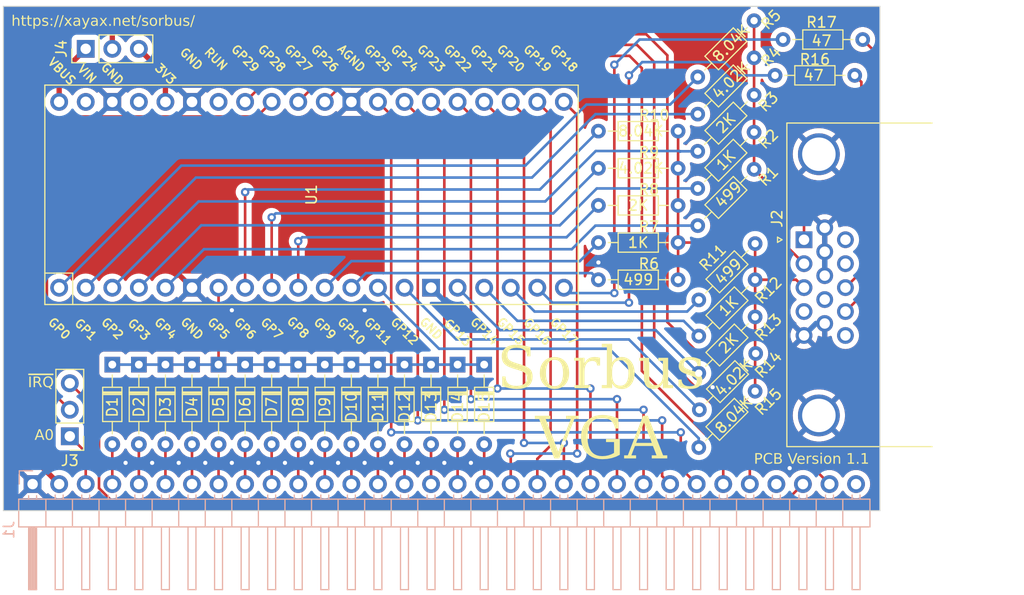
<source format=kicad_pcb>
(kicad_pcb (version 20221018) (generator pcbnew)
  (layers (0 "F.Cu" signal) (31 "B.Cu" signal) (34 "B.Paste" user) (35 "F.Paste" user) (36 "B.SilkS" user "B.Silkscreen") (37 "F.SilkS" user "F.Silkscreen") (38 "B.Mask" user) (39 "F.Mask" user) (44 "Edge.Cuts" user))
  (net 0 "")
  (net 1 "~{CS}")
  (net 2 "/A6")
  (net 3 "/A12")
  (net 4 "/A13")
  (net 5 "/A15")
  (net 6 "GND")
  (net 7 "VCC")
  (net 8 "D0")
  (net 9 "D1")
  (net 10 "D2")
  (net 11 "D3")
  (net 12 "D4")
  (net 13 "D5")
  (net 14 "D6")
  (net 15 "D7")
  (net 16 "R{slash}~{W}")
  (net 17 "CLK")
  (net 18 "RDY")
  (net 19 "~{NMI}")
  (net 20 "~{RESET}")
  (net 21 "/VGA_RED")
  (net 22 "/VGA_GREEN")
  (net 23 "/VGA_BLUE")
  (net 28 "/VGA_HSYNC")
  (net 29 "/VGA_VSYNC")
  (net 31 "/RED_B4")
  (net 32 "/RED_B3")
  (net 33 "/RED_B2")
  (net 34 "/RED_B1")
  (net 35 "/RED_B0")
  (net 36 "/GREEN_B4")
  (net 37 "/GREEN_B3")
  (net 38 "/GREEN_B2")
  (net 39 "/GREEN_B1")
  (net 40 "/GREEN_B0")
  (net 41 "/BLUE_B4")
  (net 42 "/BLUE_B3")
  (net 43 "/BLUE_B2")
  (net 44 "/BLUE_B1")
  (net 45 "/BLUE_B0")
  (net 46 "/HSYNC")
  (net 47 "/VSYNC")
  (net 48 "RUN")
  (net 49 "3V3")
  (net 50 "/A1")
  (net 52 "/GPIO28")
  (net 53 "/A2")
  (net 54 "/A3")
  (net 55 "/A4")
  (net 56 "/A5")
  (net 57 "/A7")
  (net 58 "/A8")
  (net 59 "/A9")
  (net 60 "/A10")
  (net 61 "/A11")
  (net 62 "/A14")
  (net 63 "/A0")
  (net 64 "~{IRQ}")
  (net 66 "5V")
  (footprint "Resistor_THT:R_Axial_DIN0204_L3.6mm_D1.6mm_P7.62mm_Horizontal" (layer "F.Cu") (at 97.127924 37.238077 45)
    (fp_text reference "R5")
    (fp_text value "8.04K")
  )
  (footprint "Diode_THT:D_DO-34_SOD68_P7.62mm_Horizontal" (layer "F.Cu") (at 74.168 64.765 -90)
    (fp_text reference "D14")
    (fp_text value "D")
  )
  (footprint "Resistor_THT:R_Axial_DIN0204_L3.6mm_D1.6mm_P7.62mm_Horizontal" (layer "F.Cu") (at 87.63 49.53)
    (fp_text reference "R8")
    (fp_text value "2K")
  )
  (footprint "Diode_THT:D_DO-34_SOD68_P7.62mm_Horizontal" (layer "F.Cu") (at 76.708 64.765 -90)
    (fp_text reference "D15")
    (fp_text value "D")
  )
  (footprint "Resistor_THT:R_Axial_DIN0204_L3.6mm_D1.6mm_P7.62mm_Horizontal" (layer "F.Cu") (at 105.283 33.655)
    (fp_text reference "R17")
    (fp_text value "47")
  )
  (footprint "Diode_THT:D_DO-34_SOD68_P7.62mm_Horizontal" (layer "F.Cu") (at 64.008 64.765 -90)
    (fp_text reference "D10")
    (fp_text value "D")
  )
  (footprint "Diode_THT:D_DO-34_SOD68_P7.62mm_Horizontal" (layer "F.Cu") (at 58.928 64.765 -90)
    (fp_text reference "D8")
    (fp_text value "D")
  )
  (footprint "Resistor_THT:R_Axial_DIN0204_L3.6mm_D1.6mm_P7.62mm_Horizontal" (layer "F.Cu") (at 97.282 69.088 45)
    (fp_text reference "R14")
    (fp_text value "4.02K")
  )
  (footprint "Resistor_THT:R_Axial_DIN0204_L3.6mm_D1.6mm_P7.62mm_Horizontal" (layer "F.Cu") (at 97.227846 62.030154 45)
    (fp_text reference "R12")
    (fp_text value "1K")
  )
  (footprint "Diode_THT:D_DO-34_SOD68_P7.62mm_Horizontal" (layer "F.Cu") (at 53.848 64.765 -90)
    (fp_text reference "D6")
    (fp_text value "D")
  )
  (footprint "Resistor_THT:R_Axial_DIN0204_L3.6mm_D1.6mm_P7.62mm_Horizontal" (layer "F.Cu") (at 87.63 42.418)
    (fp_text reference "R10")
    (fp_text value "8.04K")
  )
  (footprint "Resistor_THT:R_Axial_DIN0204_L3.6mm_D1.6mm_P7.62mm_Horizontal" (layer "F.Cu") (at 97.227846 58.574077 45)
    (fp_text reference "R11")
    (fp_text value "499")
  )
  (footprint "Resistor_THT:R_Axial_DIN0204_L3.6mm_D1.6mm_P7.62mm_Horizontal" (layer "F.Cu") (at 87.63 53.086)
    (fp_text reference "R7")
    (fp_text value "1K")
  )
  (footprint "Diode_THT:D_DO-34_SOD68_P7.62mm_Horizontal" (layer "F.Cu") (at 56.388 64.765 -90)
    (fp_text reference "D7")
    (fp_text value "D")
  )
  (footprint "Diode_THT:D_DO-34_SOD68_P7.62mm_Horizontal" (layer "F.Cu") (at 61.468 64.765 -90)
    (fp_text reference "D9")
    (fp_text value "D")
  )
  (footprint "Resistor_THT:R_Axial_DIN0204_L3.6mm_D1.6mm_P7.62mm_Horizontal" (layer "F.Cu") (at 87.63 45.974)
    (fp_text reference "R9")
    (fp_text value "4.02K")
  )
  (footprint "Connector_PinHeader_2.54mm:PinHeader_1x03_P2.54mm_Vertical" (layer "F.Cu") (at 37.084 71.628 180)
    (fp_text reference "J3")
    (fp_text value "Conn_01x03")
  )
  (footprint "Resistor_THT:R_Axial_DIN0204_L3.6mm_D1.6mm_P7.62mm_Horizontal" (layer "F.Cu") (at 97.127924 44.350077 45)
    (fp_text reference "R3")
    (fp_text value "2K")
  )
  (footprint "Diode_THT:D_DO-34_SOD68_P7.62mm_Horizontal" (layer "F.Cu") (at 71.628 64.765 -90)
    (fp_text reference "D13")
    (fp_text value "D")
  )
  (footprint "Resistor_THT:R_Axial_DIN0204_L3.6mm_D1.6mm_P7.62mm_Horizontal" (layer "F.Cu") (at 97.227846 65.586154 45)
    (fp_text reference "R13")
    (fp_text value "2K")
  )
  (footprint "Connector_Dsub:DSUB-15-HD_Female_Horizontal_P2.29x1.98mm_EdgePinOffset8.35mm_Housed_MountingHolesOffset10.89mm" (layer "F.Cu") (at 107.292 52.816 90)
    (fp_text reference "J2")
    (fp_text value "DE15_Receptacle_HighDensity_MountingHoles")
  )
  (footprint "Diode_THT:D_DO-34_SOD68_P7.62mm_Horizontal" (layer "F.Cu") (at 46.228 64.765 -90)
    (fp_text reference "D3")
    (fp_text value "D")
  )
  (footprint "Resistor_THT:R_Axial_DIN0204_L3.6mm_D1.6mm_P7.62mm_Horizontal" (layer "F.Cu") (at 97.227846 72.698154 45)
    (fp_text reference "R15")
    (fp_text value "8.04K")
  )
  (footprint "Diode_THT:D_DO-34_SOD68_P7.62mm_Horizontal" (layer "F.Cu") (at 41.146 64.765 -90)
    (fp_text reference "D1")
    (fp_text value "D")
  )
  (footprint "Resistor_THT:R_Axial_DIN0204_L3.6mm_D1.6mm_P7.62mm_Horizontal" (layer "F.Cu") (at 97.127924 51.462077 45)
    (fp_text reference "R1")
    (fp_text value "499")
  )
  (footprint "Resistor_THT:R_Axial_DIN0204_L3.6mm_D1.6mm_P7.62mm_Horizontal" (layer "F.Cu") (at 97.127924 47.906077 45)
    (fp_text reference "R2")
    (fp_text value "1K")
  )
  (footprint "Diode_THT:D_DO-34_SOD68_P7.62mm_Horizontal" (layer "F.Cu") (at 43.688 64.765 -90)
    (fp_text reference "D2")
    (fp_text value "D")
  )
  (footprint "MCU_RaspberryPi_and_Boards:RPi_RP2040Purple_SMD_TH_no_debug" (layer "F.Cu") (at 60.198 48.514 90)
    (fp_text reference "U1")
    (fp_text value "PurpleRP2040_no_debug" hide)
  )
  (footprint "Resistor_THT:R_Axial_DIN0204_L3.6mm_D1.6mm_P7.62mm_Horizontal" (layer "F.Cu") (at 97.127924 40.794077 45)
    (fp_text reference "R4")
    (fp_text value "4.02K")
  )
  (footprint "Diode_THT:D_DO-34_SOD68_P7.62mm_Horizontal" (layer "F.Cu") (at 69.088 64.765 -90)
    (fp_text reference "D12")
    (fp_text value "D")
  )
  (footprint "Resistor_THT:R_Axial_DIN0204_L3.6mm_D1.6mm_P7.62mm_Horizontal" (layer "F.Cu") (at 104.521 37.084)
    (fp_text reference "R16")
    (fp_text value "47")
  )
  (footprint "Connector_PinHeader_2.54mm:PinHeader_1x03_P2.54mm_Vertical" (layer "F.Cu") (at 38.608 34.544 90)
    (fp_text reference "J4")
    (fp_text value "Conn_01x03")
  )
  (footprint "Resistor_THT:R_Axial_DIN0204_L3.6mm_D1.6mm_P7.62mm_Horizontal" (layer "F.Cu") (at 87.63 56.642)
    (fp_text reference "R6")
    (fp_text value "499")
  )
  (footprint "Diode_THT:D_DO-34_SOD68_P7.62mm_Horizontal" (layer "F.Cu") (at 48.768 64.765 -90)
    (fp_text reference "D4")
    (fp_text value "D")
  )
  (footprint "Diode_THT:D_DO-34_SOD68_P7.62mm_Horizontal" (layer "F.Cu") (at 51.308 64.765 -90)
    (fp_text reference "D5")
    (fp_text value "D")
  )
  (footprint "Diode_THT:D_DO-34_SOD68_P7.62mm_Horizontal" (layer "F.Cu") (at 66.548 64.765 -90)
    (fp_text reference "D11")
    (fp_text value "D")
  )
  (footprint "Connector_PinHeader_2.54mm:PinHeader_1x32_P2.54mm_Horizontal" (layer "B.Cu") (at 33.528 76.2 -90)
    (fp_text reference "J1")
    (fp_text value "Conn_01x32_Pin")
  )
  (gr_line (start 114.554 30.48) (end 114.554 78.74) (stroke (width 0.1)) (layer "Edge.Cuts"))
  (gr_line (start 30.734 78.74) (end 30.734 30.48) (stroke (width 0.1)) (layer "Edge.Cuts"))
  (gr_line (start 30.734 30.48) (end 114.554 30.48) (stroke (width 0.1)) (layer "Edge.Cuts"))
  (gr_line (start 114.554 78.74) (end 30.734 78.74) (stroke (width 0.1)) (layer "Edge.Cuts"))
  (gr_text "~{IRQ}\n\n\nA0" (at 35.56 72.136) (layer "F.SilkS") (effects (font (size 1 1)) (justify right bottom)))
  (gr_text "PCB Version 1.1" (at 113.538 74.422) (layer "F.SilkS") (effects (font (size 1 1)) (justify right bottom)))
  (gr_text "Sorbus\nVGA" (at 87.884 74.422) (layer "F.SilkS") (effects (font (size 4 4) (thickness 0.125)) (justify bottom)))
  (gr_text "https://xayax.net/sorbus/" (at 31.496 32.512) (layer "F.SilkS") (effects (font (size 1 1)) (justify left bottom)))
  (segment (start 51.308 57.404) (end 51.308 64.765) (width 0.25) (layer "F.Cu") (net 1))
  (segment (start 76.708 64.765) (end 41.146 64.765) (width 0.25) (layer "B.Cu") (net 1))
  (segment (start 53.848 76.2) (end 53.848 72.385) (width 0.25) (layer "F.Cu") (net 2))
  (segment (start 69.088 76.2) (end 69.088 72.385) (width 0.25) (layer "F.Cu") (net 3))
  (segment (start 71.628 72.385) (end 71.628 76.2) (width 0.25) (layer "F.Cu") (net 4))
  (segment (start 76.708 72.385) (end 76.708 76.2) (width 0.25) (layer "F.Cu") (net 5))
  (segment (start 109.272 51.671) (end 109.272 56.251) (width 0.508) (layer "F.Cu") (net 6))
  (via (at 42.418 74.168) (size 0.8) (drill 0.4) (layers "F.Cu" "B.Cu") (net 6))
  (via (at 65.278 59.563) (size 0.8) (drill 0.4) (layers "F.Cu" "B.Cu") (net 6))
  (via (at 52.578 59.563) (size 0.8) (drill 0.4) (layers "F.Cu" "B.Cu") (net 6))
  (via (at 105.918 74.676) (size 0.8) (drill 0.4) (layers "F.Cu" "B.Cu") (net 6))
  (via (at 57.658 74.168) (size 0.8) (drill 0.4) (layers "F.Cu" "B.Cu") (net 6))
  (via (at 98.552 66.929) (size 0.8) (drill 0.4) (layers "F.Cu" "B.Cu") (net 6))
  (via (at 47.498 74.168) (size 0.8) (drill 0.4) (layers "F.Cu" "B.Cu") (net 6))
  (via (at 50.038 74.168) (size 0.8) (drill 0.4) (layers "F.Cu" "B.Cu") (net 6))
  (via (at 60.198 74.168) (size 0.8) (drill 0.4) (layers "F.Cu" "B.Cu") (net 6))
  (via (at 67.818 74.168) (size 0.8) (drill 0.4) (layers "F.Cu" "B.Cu") (net 6))
  (via (at 55.118 74.168) (size 0.8) (drill 0.4) (layers "F.Cu" "B.Cu") (net 6))
  (via (at 65.278 74.168) (size 0.8) (drill 0.4) (layers "F.Cu" "B.Cu") (net 6))
  (via (at 72.898 74.168) (size 0.8) (drill 0.4) (layers "F.Cu" "B.Cu") (net 6))
  (via (at 52.578 74.168) (size 0.8) (drill 0.4) (layers "F.Cu" "B.Cu") (net 6))
  (via (at 75.438 74.168) (size 0.8) (drill 0.4) (layers "F.Cu" "B.Cu") (net 6))
  (via (at 62.738 74.168) (size 0.8) (drill 0.4) (layers "F.Cu" "B.Cu") (net 6))
  (via (at 87.63 54.991) (size 0.8) (drill 0.4) (layers "F.Cu" "B.Cu") (net 6))
  (via (at 44.958 74.168) (size 0.8) (drill 0.4) (layers "F.Cu" "B.Cu") (net 6))
  (via (at 70.358 74.168) (size 0.8) (drill 0.4) (layers "F.Cu" "B.Cu") (net 6))
  (segment (start 109.272 53.961) (end 109.272 56.251) (width 0.508) (layer "B.Cu") (net 6))
  (segment (start 108.437 60.831) (end 107.292 61.976) (width 0.508) (layer "B.Cu") (net 6))
  (segment (start 109.272 60.831) (end 108.437 60.831) (width 0.508) (layer "B.Cu") (net 6))
  (segment (start 109.272 51.671) (end 109.272 53.961) (width 0.508) (layer "B.Cu") (net 6))
  (segment (start 41.148 32.893) (end 41.148 34.544) (width 0.508) (layer "F.Cu") (net 7))
  (segment (start 33.528 32.893) (end 41.148 32.893) (width 0.508) (layer "F.Cu") (net 7))
  (segment (start 36.068 76.2) (end 33.528 73.66) (width 0.508) (layer "F.Cu") (net 7))
  (segment (start 33.528 73.66) (end 33.528 32.893) (width 0.508) (layer "F.Cu") (net 7))
  (segment (start 79.248 76.2) (end 79.248 73.320449) (width 0.25) (layer "F.Cu") (net 8))
  (segment (start 84.328 39.624) (end 85.598 40.894) (width 0.25) (layer "F.Cu") (net 8))
  (segment (start 85.598 40.894) (end 85.598 73.278992) (width 0.25) (layer "F.Cu") (net 8))
  (segment (start 79.248 73.320449) (end 79.206551 73.279) (width 0.25) (layer "F.Cu") (net 8))
  (via (at 79.206551 73.279) (size 0.8) (drill 0.4) (layers "F.Cu" "B.Cu") (net 8))
  (via (at 85.598 73.278992) (size 0.8) (drill 0.4) (layers "F.Cu" "B.Cu") (net 8))
  (segment (start 85.597992 73.279) (end 85.598 73.278992) (width 0.25) (layer "B.Cu") (net 8))
  (segment (start 79.206551 73.279) (end 85.597992 73.279) (width 0.25) (layer "B.Cu") (net 8))
  (segment (start 83.058 72.517) (end 81.788 73.787) (width 0.25) (layer "F.Cu") (net 9))
  (segment (start 83.058 40.894) (end 83.058 72.517) (width 0.25) (layer "F.Cu") (net 9))
  (segment (start 81.788 39.624) (end 83.058 40.894) (width 0.25) (layer "F.Cu") (net 9))
  (segment (start 81.788 73.787) (end 81.788 76.2) (width 0.25) (layer "F.Cu") (net 9))
  (segment (start 79.248 39.624) (end 80.518 40.894) (width 0.25) (layer "F.Cu") (net 10))
  (segment (start 84.328 76.2) (end 84.328 72.263) (width 0.25) (layer "F.Cu") (net 10))
  (segment (start 80.518 40.894) (end 80.518 72.263) (width 0.25) (layer "F.Cu") (net 10))
  (via (at 84.328 72.263) (size 0.8) (drill 0.4) (layers "F.Cu" "B.Cu") (net 10))
  (via (at 80.518 72.263) (size 0.8) (drill 0.4) (layers "F.Cu" "B.Cu") (net 10))
  (segment (start 80.518 72.263) (end 84.328 72.263) (width 0.25) (layer "B.Cu") (net 10))
  (segment (start 86.868 76.2) (end 86.868 67.183002) (width 0.25) (layer "F.Cu") (net 11))
  (segment (start 86.868 67.183002) (end 86.867994 67.182996) (width 0.25) (layer "F.Cu") (net 11))
  (segment (start 86.106 76.2) (end 86.868 76.2) (width 0.25) (layer "F.Cu") (net 11))
  (segment (start 77.978 40.894) (end 77.978 67.056) (width 0.25) (layer "F.Cu") (net 11))
  (segment (start 86.867994 67.182996) (end 86.867994 67.056) (width 0.25) (layer "F.Cu") (net 11))
  (segment (start 87.212924 75.855076) (end 86.868 76.2) (width 0.25) (layer "F.Cu") (net 11))
  (segment (start 76.708 39.624) (end 77.978 40.894) (width 0.25) (layer "F.Cu") (net 11))
  (via (at 77.978 67.056) (size 0.8) (drill 0.4) (layers "F.Cu" "B.Cu") (net 11))
  (via (at 86.867994 67.056) (size 0.8) (drill 0.4) (layers "F.Cu" "B.Cu") (net 11))
  (segment (start 77.978 67.056) (end 86.867994 67.056) (width 0.25) (layer "B.Cu") (net 11))
  (segment (start 89.144695 76.2) (end 89.408 76.2) (width 0.25) (layer "F.Cu") (net 12))
  (segment (start 74.168 39.624) (end 75.437997 40.893997) (width 0.25) (layer "F.Cu") (net 12))
  (segment (start 89.408 76.2) (end 89.408 68.072) (width 0.25) (layer "F.Cu") (net 12))
  (segment (start 75.437997 40.893997) (end 75.437997 68.072) (width 0.25) (layer "F.Cu") (net 12))
  (via (at 89.408 68.072) (size 0.8) (drill 0.4) (layers "F.Cu" "B.Cu") (net 12))
  (via (at 75.437997 68.072) (size 0.8) (drill 0.4) (layers "F.Cu" "B.Cu") (net 12))
  (segment (start 89.408 68.072) (end 75.437997 68.072) (width 0.25) (layer "B.Cu") (net 12))
  (segment (start 71.628 39.624) (end 72.897999 40.893999) (width 0.25) (layer "F.Cu") (net 13))
  (segment (start 72.897999 40.893999) (end 72.898 69.087994) (width 0.25) (layer "F.Cu") (net 13))
  (segment (start 91.430695 76.2) (end 91.948 76.2) (width 0.25) (layer "F.Cu") (net 13))
  (segment (start 91.948 69.342) (end 91.948 69.088) (width 0.25) (layer "F.Cu") (net 13))
  (segment (start 91.948 76.2) (end 91.948 69.342) (width 0.25) (layer "F.Cu") (net 13))
  (via (at 91.948 69.088) (size 0.8) (drill 0.4) (layers "F.Cu" "B.Cu") (net 13))
  (via (at 72.898 69.087994) (size 0.8) (drill 0.4) (layers "F.Cu" "B.Cu") (net 13))
  (segment (start 91.948 69.088) (end 72.898006 69.088) (width 0.25) (layer "B.Cu") (net 13))
  (segment (start 72.898006 69.088) (end 72.898 69.087994) (width 0.25) (layer "B.Cu") (net 13))
  (segment (start 70.358004 40.894004) (end 70.358004 70.104) (width 0.25) (layer "F.Cu") (net 14))
  (segment (start 94.224695 76.2) (end 94.488 76.2) (width 0.25) (layer "F.Cu") (net 14))
  (segment (start 94.488 76.2) (end 93.726 75.438) (width 0.25) (layer "F.Cu") (net 14))
  (segment (start 69.088 39.624) (end 70.358004 40.894004) (width 0.25) (layer "F.Cu") (net 14))
  (segment (start 93.726 75.438) (end 93.726 70.104) (width 0.25) (layer "F.Cu") (net 14))
  (via (at 93.726 70.104) (size 0.8) (drill 0.4) (layers "F.Cu" "B.Cu") (net 14))
  (via (at 70.358004 70.104) (size 0.8) (drill 0.4) (layers "F.Cu" "B.Cu") (net 14))
  (segment (start 93.726 70.104) (end 70.358004 70.104) (width 0.25) (layer "B.Cu") (net 14))
  (segment (start 67.818 40.894) (end 67.818 71.247) (width 0.25) (layer "F.Cu") (net 15))
  (segment (start 95.504 74.676) (end 95.504 71.247) (width 0.25) (layer "F.Cu") (net 15))
  (segment (start 97.028 76.2) (end 95.504 74.676) (width 0.25) (layer "F.Cu") (net 15))
  (segment (start 66.548 39.624) (end 67.818 40.894) (width 0.25) (layer "F.Cu") (net 15))
  (via (at 95.504 71.247) (size 0.8) (drill 0.4) (layers "F.Cu" "B.Cu") (net 15))
  (via (at 67.818 71.247) (size 0.8) (drill 0.4) (layers "F.Cu" "B.Cu") (net 15))
  (segment (start 95.504 71.247) (end 67.818 71.247) (width 0.25) (layer "B.Cu") (net 15))
  (segment (start 99.568 73.152) (end 91.784 65.368) (width 0.25) (layer "F.Cu") (net 16))
  (segment (start 91.784 36.398366) (end 90.601634 35.216) (width 0.25) (layer "F.Cu") (net 16))
  (segment (start 91.784 65.368) (end 91.784 36.398366) (width 0.25) (layer "F.Cu") (net 16))
  (segment (start 99.568 76.2) (end 99.568 73.152) (width 0.25) (layer "F.Cu") (net 16))
  (segment (start 65.876 35.216) (end 61.468 39.624) (width 0.25) (layer "F.Cu") (net 16))
  (segment (start 90.601634 35.216) (end 65.876 35.216) (width 0.25) (layer "F.Cu") (net 16))
  (segment (start 64.389 34.163) (end 58.928 39.624) (width 0.25) (layer "F.Cu") (net 17))
  (segment (start 92.964 35.814) (end 91.313 34.163) (width 0.25) (layer "F.Cu") (net 17))
  (segment (start 91.313 34.163) (end 64.389 34.163) (width 0.25) (layer "F.Cu") (net 17))
  (segment (start 102.108 76.2) (end 102.108 72.136) (width 0.25) (layer "F.Cu") (net 17))
  (segment (start 92.964 62.992) (end 92.964 35.814) (width 0.25) (layer "F.Cu") (net 17))
  (segment (start 102.108 72.136) (end 92.964 62.992) (width 0.25) (layer "F.Cu") (net 17))
  (segment (start 60.325 33.147) (end 92.202 33.147) (width 0.25) (layer "F.Cu") (net 19))
  (segment (start 53.848 39.624) (end 60.325 33.147) (width 0.25) (layer "F.Cu") (net 19))
  (segment (start 92.202 33.147) (end 94.225 35.17) (width 0.25) (layer "F.Cu") (net 19))
  (segment (start 94.225 35.17) (end 94.225 60.697) (width 0.25) (layer "F.Cu") (net 19))
  (segment (start 94.225 60.697) (end 109.728 76.2) (width 0.25) (layer "F.Cu") (net 19))
  (segment (start 107.292 50.849845) (end 107.292 52.816) (width 0.25) (layer "F.Cu") (net 21))
  (segment (start 102.516078 31.849923) (end 102.516078 46.073923) (width 0.25) (layer "F.Cu") (net 21))
  (segment (start 102.516078 46.073923) (end 107.292 50.849845) (width 0.25) (layer "F.Cu") (net 21))
  (segment (start 103.621 51.435) (end 107.292 55.106) (width 0.25) (layer "F.Cu") (net 22))
  (segment (start 95.25 56.642) (end 95.25 42.418) (width 0.25) (layer "F.Cu") (net 22))
  (segment (start 95.25 53.086) (end 99.949 53.086) (width 0.25) (layer "F.Cu") (net 22))
  (segment (start 101.6 51.435) (end 103.621 51.435) (width 0.25) (layer "F.Cu") (net 22))
  (segment (start 99.949 53.086) (end 101.6 51.435) (width 0.25) (layer "F.Cu") (net 22))
  (segment (start 102.616 56.642) (end 106.538 56.642) (width 0.25) (layer "F.Cu") (net 23))
  (segment (start 106.538 56.642) (end 107.292 57.396) (width 0.25) (layer "F.Cu") (net 23))
  (segment (start 102.616 53.185923) (end 102.616 67.31) (width 0.25) (layer "F.Cu") (net 23))
  (segment (start 112.776 55.872) (end 112.776 37.719) (width 0.25) (layer "F.Cu") (net 28))
  (segment (start 112.776 37.719) (end 112.141 37.084) (width 0.25) (layer "F.Cu") (net 28))
  (segment (start 111.252 57.396) (end 112.776 55.872) (width 0.25) (layer "F.Cu") (net 28))
  (segment (start 113.919 34.671) (end 113.919 57.019) (width 0.25) (layer "F.Cu") (net 29))
  (segment (start 112.903 33.655) (end 113.919 34.671) (width 0.25) (layer "F.Cu") (net 29))
  (segment (start 113.919 57.019) (end 111.252 59.686) (width 0.25) (layer "F.Cu") (net 29))
  (segment (start 49.911 53.721) (end 46.228 57.404) (width 0.25) (layer "B.Cu") (net 31))
  (segment (start 87.348923 51.462077) (end 85.09 53.721) (width 0.25) (layer "B.Cu") (net 31))
  (segment (start 97.127924 51.462077) (end 87.348923 51.462077) (width 0.25) (layer "B.Cu") (net 31))
  (segment (start 85.09 53.721) (end 49.911 53.721) (width 0.25) (layer "B.Cu") (net 31))
  (segment (start 87.475923 47.906077) (end 83.947 51.435) (width 0.25) (layer "B.Cu") (net 32))
  (segment (start 49.657 51.435) (end 43.688 57.404) (width 0.25) (layer "B.Cu") (net 32))
  (segment (start 83.947 51.435) (end 49.657 51.435) (width 0.25) (layer "B.Cu") (net 32))
  (segment (start 97.127924 47.906077) (end 87.475923 47.906077) (width 0.25) (layer "B.Cu") (net 32))
  (segment (start 97.127924 44.350077) (end 95.476923 44.350077) (width 0.25) (layer "B.Cu") (net 33))
  (segment (start 95.4405 44.386499) (end 95.377001 44.323) (width 0.25) (layer "B.Cu") (net 33))
  (segment (start 87.376 44.323) (end 82.55 49.149) (width 0.25) (layer "B.Cu") (net 33))
  (segment (start 95.377001 44.323) (end 87.376 44.323) (width 0.25) (layer "B.Cu") (net 33))
  (segment (start 95.476923 44.350077) (end 95.4405 44.386499) (width 0.25) (layer "B.Cu") (net 33))
  (segment (start 82.55 49.149) (end 49.403 49.149) (width 0.25) (layer "B.Cu") (net 33))
  (segment (start 49.403 49.149) (end 41.148 57.404) (width 0.25) (layer "B.Cu") (net 33))
  (segment (start 49.149 46.863) (end 38.608 57.404) (width 0.25) (layer "B.Cu") (net 34))
  (segment (start 87.348923 40.794077) (end 81.28 46.863) (width 0.25) (layer "B.Cu") (net 34))
  (segment (start 97.127924 40.794077) (end 87.348923 40.794077) (width 0.25) (layer "B.Cu") (net 34))
  (segment (start 81.28 46.863) (end 49.149 46.863) (width 0.25) (layer "B.Cu") (net 34))
  (segment (start 47.752 45.72) (end 36.068 57.404) (width 0.25) (layer "B.Cu") (net 35))
  (segment (start 86.487 39.878) (end 80.645 45.72) (width 0.25) (layer "B.Cu") (net 35))
  (segment (start 97.127924 37.238077) (end 94.488001 39.878) (width 0.25) (layer "B.Cu") (net 35))
  (segment (start 94.488001 39.878) (end 86.487 39.878) (width 0.25) (layer "B.Cu") (net 35))
  (segment (start 80.645 45.72) (end 47.752 45.72) (width 0.25) (layer "B.Cu") (net 35))
  (segment (start 86.995 56.007) (end 87.63 56.642) (width 0.25) (layer "B.Cu") (net 36))
  (segment (start 64.008 57.404) (end 65.405 56.007) (width 0.25) (layer "B.Cu") (net 36))
  (segment (start 65.405 56.007) (end 86.995 56.007) (width 0.25) (layer "B.Cu") (net 36))
  (segment (start 64.008 54.864) (end 85.852 54.864) (width 0.25) (layer "B.Cu") (net 37))
  (segment (start 85.852 54.864) (end 87.63 53.086) (width 0.25) (layer "B.Cu") (net 37))
  (segment (start 61.468 57.404) (end 64.008 54.864) (width 0.25) (layer "B.Cu") (net 37))
  (segment (start 58.928 57.404) (end 58.928 52.959) (width 0.25) (layer "F.Cu") (net 38))
  (via (at 58.928 52.959) (size 0.8) (drill 0.4) (layers "F.Cu" "B.Cu") (net 38))
  (segment (start 84.582 52.578) (end 59.309 52.578) (width 0.25) (layer "B.Cu") (net 38))
  (segment (start 59.309 52.578) (end 58.928 52.959) (width 0.25) (layer "B.Cu") (net 38))
  (segment (start 87.63 49.53) (end 84.582 52.578) (width 0.25) (layer "B.Cu") (net 38))
  (segment (start 56.388 57.404) (end 56.388 50.673) (width 0.25) (layer "F.Cu") (net 39))
  (via (at 56.388 50.673) (size 0.8) (drill 0.4) (layers "F.Cu" "B.Cu") (net 39))
  (segment (start 87.63 45.974) (end 83.312 50.292) (width 0.25) (layer "B.Cu") (net 39))
  (segment (start 56.769 50.292) (end 56.388 50.673) (width 0.25) (layer "B.Cu") (net 39))
  (segment (start 83.312 50.292) (end 56.769 50.292) (width 0.25) (layer "B.Cu") (net 39))
  (segment (start 53.848 48.260004) (end 53.847996 48.26) (width 0.25) (layer "F.Cu") (net 40))
  (segment (start 53.848 57.404) (end 53.848 48.260004) (width 0.25) (layer "F.Cu") (net 40))
  (via (at 53.847996 48.26) (size 0.8) (drill 0.4) (layers "F.Cu" "B.Cu") (net 40))
  (segment (start 82.042 48.006) (end 54.101996 48.006) (width 0.25) (layer "B.Cu") (net 40))
  (segment (start 54.101996 48.006) (end 53.847996 48.26) (width 0.25) (layer "B.Cu") (net 40))
  (segment (start 87.63 42.418) (end 82.042 48.006) (width 0.25) (layer "B.Cu") (net 40))
  (segment (start 81.534 59.69) (end 96.111923 59.69) (width 0.25) (layer "B.Cu") (net 41))
  (segment (start 79.248 57.404) (end 81.534 59.69) (width 0.25) (layer "B.Cu") (net 41))
  (segment (start 96.111923 59.69) (end 97.227846 58.574077) (width 0.25) (layer "B.Cu") (net 41))
  (segment (start 95.776692 60.579) (end 97.227846 62.030154) (width 0.25) (layer "B.Cu") (net 42))
  (segment (start 76.708 57.404) (end 79.883 60.579) (width 0.25) (layer "B.Cu") (net 42))
  (segment (start 79.883 60.579) (end 95.776692 60.579) (width 0.25) (layer "B.Cu") (net 42))
  (segment (start 74.168 57.404) (end 78.232 61.468) (width 0.25) (layer "B.Cu") (net 43))
  (segment (start 93.109692 61.468) (end 97.227846 65.586154) (width 0.25) (layer "B.Cu") (net 43))
  (segment (start 78.232 61.468) (end 93.109692 61.468) (width 0.25) (layer "B.Cu") (net 43))
  (segment (start 69.088 57.404) (end 74.041 62.357) (width 0.25) (layer "B.Cu") (net 44))
  (segment (start 90.551 62.357) (end 97.282 69.088) (width 0.25) (layer "B.Cu") (net 44))
  (segment (start 74.041 62.357) (end 90.551 62.357) (width 0.25) (layer "B.Cu") (net 44))
  (segment (start 72.39 63.246) (end 88.655305 63.246) (width 0.25) (layer "B.Cu") (net 45))
  (segment (start 97.227846 71.818541) (end 97.227846 72.698154) (width 0.25) (layer "B.Cu") (net 45))
  (segment (start 66.548 57.404) (end 72.39 63.246) (width 0.25) (layer "B.Cu") (net 45))
  (segment (start 88.655305 63.246) (end 97.227846 71.818541) (width 0.25) (layer "B.Cu") (net 45))
  (segment (start 90.551 58.838) (end 90.551 37.084) (width 0.25) (layer "F.Cu") (net 46))
  (via (at 90.551 37.084) (size 0.8) (drill 0.4) (layers "F.Cu" "B.Cu") (net 46))
  (via (at 90.551 58.838) (size 0.8) (drill 0.4) (layers "F.Cu" "B.Cu") (net 46))
  (segment (start 104.521 37.084) (end 100.965 37.084) (width 0.25) (layer "B.Cu") (net 46))
  (segment (start 99.695 35.814) (end 91.821 35.814) (width 0.25) (layer "B.Cu") (net 46))
  (segment (start 81.788 57.404) (end 83.222 58.838) (width 0.25) (layer "B.Cu") (net 46))
  (segment (start 83.222 58.838) (end 90.551 58.838) (width 0.25) (layer "B.Cu") (net 46))
  (segment (start 100.965 37.084) (end 99.695 35.814) (width 0.25) (layer "B.Cu") (net 46))
  (segment (start 91.821 35.814) (end 90.551 37.084) (width 0.25) (layer "B.Cu") (net 46))
  (segment (start 89.154 57.917279) (end 89.154 36.06801) (width 0.25) (layer "F.Cu") (net 47))
  (via (at 89.154 57.917279) (size 0.8) (drill 0.4) (layers "F.Cu" "B.Cu") (net 47))
  (via (at 89.154 36.06801) (size 0.8) (drill 0.4) (layers "F.Cu" "B.Cu") (net 47))
  (segment (start 84.328 57.404) (end 84.841279 57.917279) (width 0.25) (layer "B.Cu") (net 47))
  (segment (start 105.283 33.655) (end 91.56701 33.655) (width 0.25) (layer "B.Cu") (net 47))
  (segment (start 84.841279 57.917279) (end 89.154 57.917279) (width 0.25) (layer "B.Cu") (net 47))
  (segment (start 91.56701 33.655) (end 89.154 36.06801) (width 0.25) (layer "B.Cu") (net 47))
  (segment (start 43.688 34.544) (end 46.228 37.084) (width 0.508) (layer "F.Cu") (net 49))
  (segment (start 46.228 37.084) (end 46.228 39.624) (width 0.508) (layer "F.Cu") (net 49))
  (segment (start 41.146 72.385) (end 41.146 76.198) (width 0.25) (layer "F.Cu") (net 50))
  (segment (start 41.146 76.198) (end 41.148 76.2) (width 0.25) (layer "F.Cu") (net 50))
  (segment (start 36.703 41.021) (end 34.893 42.831) (width 0.25) (layer "F.Cu") (net 52))
  (segment (start 54.991 41.021) (end 36.703 41.021) (width 0.25) (layer "F.Cu") (net 52))
  (segment (start 34.893 42.831) (end 34.893 66.897) (width 0.25) (layer "F.Cu") (net 52))
  (segment (start 34.893 66.897) (end 37.084 69.088) (width 0.25) (layer "F.Cu") (net 52))
  (segment (start 56.388 39.624) (end 54.991 41.021) (width 0.25) (layer "F.Cu") (net 52))
  (segment (start 43.688 72.385) (end 43.688 76.2) (width 0.25) (layer "F.Cu") (net 53))
  (segment (start 46.228 72.385) (end 46.228 76.2) (width 0.25) (layer "F.Cu") (net 54))
  (segment (start 48.768 72.385) (end 48.768 76.2) (width 0.25) (layer "F.Cu") (net 55))
  (segment (start 51.308 72.385) (end 51.308 76.2) (width 0.25) (layer "F.Cu") (net 56))
  (segment (start 56.388 72.385) (end 56.388 76.2) (width 0.25) (layer "F.Cu") (net 57))
  (segment (start 58.928 76.2) (end 58.928 72.385) (width 0.25) (layer "F.Cu") (net 58))
  (segment (start 61.468 72.385) (end 61.468 76.2) (width 0.25) (layer "F.Cu") (net 59))
  (segment (start 64.008 76.2) (end 64.008 72.385) (width 0.25) (layer "F.Cu") (net 60))
  (segment (start 66.548 72.385) (end 66.548 76.2) (width 0.25) (layer "F.Cu") (net 61))
  (segment (start 74.168 76.2) (end 74.168 72.385) (width 0.25) (layer "F.Cu") (net 62))
  (segment (start 37.084 71.628) (end 38.608 73.152) (width 0.25) (layer "F.Cu") (net 63))
  (segment (start 38.608 73.152) (end 38.608 76.2) (width 0.25) (layer "F.Cu") (net 63))
  (segment (start 107.188 76.2) (end 105.41 77.978) (width 0.25) (layer "F.Cu") (net 64))
  (segment (start 39.878 76.591701) (end 39.878 69.342) (width 0.25) (layer "F.Cu") (net 64))
  (segment (start 105.41 77.978) (end 41.264299 77.978) (width 0.25) (layer "F.Cu") (net 64))
  (segment (start 39.878 69.342) (end 37.084 66.548) (width 0.25) (layer "F.Cu") (net 64))
  (segment (start 41.264299 77.978) (end 39.878 76.591701) (width 0.25) (layer "F.Cu") (net 64))
  (segment (start 36.068 37.084) (end 36.068 39.624) (width 0.508) (layer "F.Cu") (net 66))
  (segment (start 38.608 34.544) (end 36.068 37.084) (width 0.508) (layer "F.Cu") (net 66))
  (zone (net 6) (net_name "GND") (layer "F.Cu") (connect_pads (clearance 0.5)) (min_thickness 0.25) (fill yes (thermal_gap 0.5) (thermal_bridge_width 0.5))
    (polygon (pts (xy 30.734 30.48) (xy 30.734 78.74) (xy 114.554 78.74) (xy 114.554 30.48)))
  )
  (zone (net 6) (net_name "GND") (layer "B.Cu") (priority 1) (connect_pads (clearance 0.5)) (min_thickness 0.25) (fill yes (thermal_gap 0.5) (thermal_bridge_width 0.5))
    (polygon (pts (xy 30.734 30.48) (xy 30.734 78.74) (xy 114.554 78.74) (xy 114.554 30.48)))
  )
)
</source>
